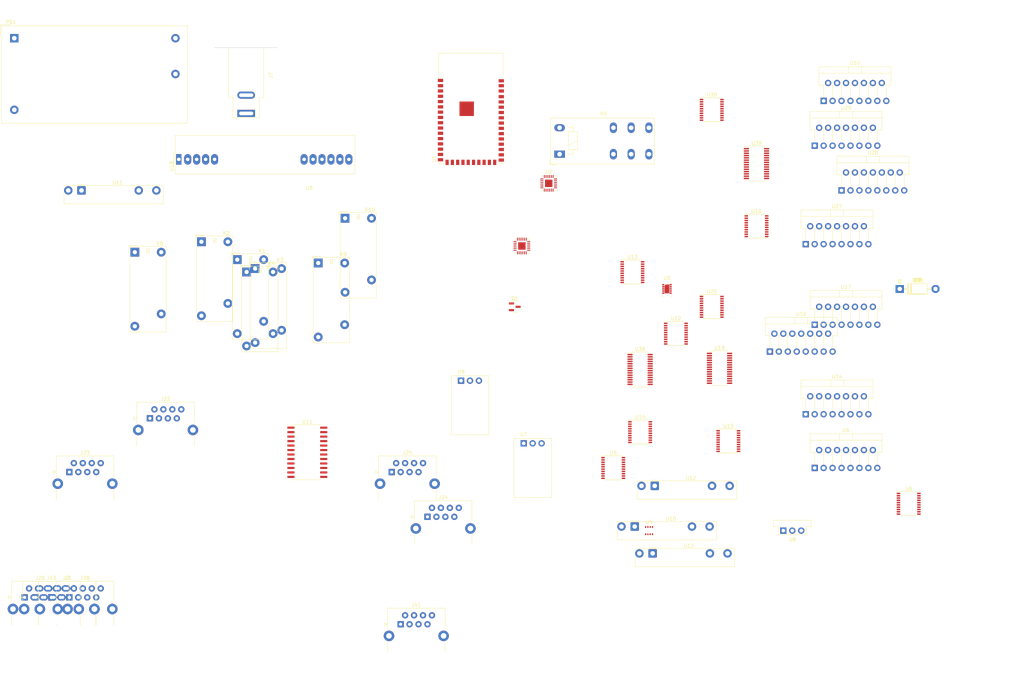
<source format=kicad_pcb>
(kicad_pcb (version 20221018) (generator pcbnew)
  (layers (0 "F.Cu" signal) (31 "B.Cu" signal) (34 "B.Paste" user) (35 "F.Paste" user) (36 "B.SilkS" user "B.Silkscreen") (37 "F.SilkS" user "F.Silkscreen") (38 "B.Mask" user) (39 "F.Mask" user) (44 "Edge.Cuts" user))
  (net 0 "")
  (net 1 "GND")
  (net 5 "+12V")
  (net 6 "Net-(D1-A)")
  (net 13 "Net-(D2-A)")
  (net 14 "Net-(D3-A)")
  (net 18 "Net-(U1-IO15)")
  (net 19 "Net-(U1-IO16)")
  (net 20 "Net-(U1-IO17)")
  (net 21 "Net-(U1-IO18)")
  (net 33 "Net-(D4-A)")
  (net 34 "Net-(D10-K)")
  (net 63 "Net-(D11-A)")
  (net 64 "Net-(D13-A)")
  (net 65 "Net-(D15-A)")
  (net 66 "Net-(D17-A)")
  (net 67 "Net-(D19-A)")
  (net 68 "Net-(D21-A)")
  (net 77 "Net-(D23-A)")
  (net 78 "Net-(D25-A)")
  (net 81 "Net-(U3-A0)")
  (net 109 "Net-(U6-P2)")
  (net 113 "Net-(U6-P4)")
  (net 121 "Net-(F2-Pad2)")
  (net 124 "Net-(F3-Pad2)")
  (net 127 "Net-(F4-Pad2)")
  (net 129 "Net-(U14-P4)")
  (net 131 "Net-(F5-Pad2)")
  (net 133 "Net-(U14-P2)")
  (net 150 "Net-(D27-A)")
  (net 151 "Net-(D29-A)")
  (net 152 "Net-(D31-A)")
  (net 153 "Net-(D33-A)")
  (net 154 "Net-(D35-A)")
  (net 155 "Net-(D37-A)")
  (net 156 "Net-(D39-A)")
  (net 166 "Net-(F1-Pad1)")
  (net 167 "Net-(BT2--)")
  (net 178 "Net-(U11-SC0)")
  (net 179 "Net-(U11-SD0)")
  (net 182 "Net-(U11-SC1)")
  (net 183 "Net-(U11-SD1)")
  (net 187 "Net-(U11-SC2)")
  (net 188 "Net-(U11-SD2)")
  (net 191 "Net-(U11-SC3)")
  (net 192 "Net-(U11-SD3)")
  (net 196 "Net-(U11-SC4)")
  (net 197 "Net-(U11-SD4)")
  (net 200 "Net-(U11-SC5)")
  (net 201 "Net-(U11-SD5)")
  (net 205 "Net-(U11-SC6)")
  (net 206 "Net-(U11-SD6)")
  (net 209 "Net-(U11-SC7)")
  (net 210 "Net-(U11-SD7)")
  (net 213 "+3.3V")
  (net 214 "Net-(J26-Pad2)")
  (net 223 "TCA_2_SD7")
  (net 225 "Net-(J41-Pad2)")
  (net 237 "Net-(F40-Pad1)")
  (net 238 "Net-(P1-AC_N)")
  (net 239 "Net-(P1-AC_P)")
  (net 240 "Net-(PS1-+Vout)")
  (net 241 "Net-(Q1-G)")
  (net 242 "Net-(Q1-S)")
  (net 243 "Net-(Q1-D)")
  (net 244 "Net-(U1-GND-Pad1)")
  (net 251 "Net-(U1-IO40)")
  (net 252 "Net-(U1-IO41)")
  (net 254 "Net-(U15-SDA)")
  (net 255 "Net-(U15-SCL)")
  (net 256 "Net-(U19-SDA)")
  (net 257 "Net-(U19-SCL)")
  (net 258 "Net-(U20-SDA)")
  (net 259 "Net-(U20-SCL)")
  (net 261 "TCA_2_SC7")
  (net 267 "IN1")
  (net 268 "IN2")
  (net 269 "IN3")
  (net 271 "IN4")
  (net 272 "IN5")
  (net 273 "IN6")
  (net 275 "IN7")
  (net 276 "PCF_0_GPIO_4")
  (net 277 "PCA_0_LED_2")
  (net 278 "PCF_0_GPIO_5")
  (net 279 "VCC")
  (net 280 "PCF_0_GPIO_6")
  (net 281 "PCA_0_LED_3")
  (net 282 "PCF_0_GPIO_7")
  (net 284 "Net-(BT1-+)")
  (net 297 "Net-(U10-P0)")
  (net 298 "Net-(U10-P1)")
  (net 299 "Net-(U10-P2)")
  (net 301 "Net-(U10-P3)")
  (net 303 "Net-(U10-P4)")
  (net 304 "Net-(U10-P5)")
  (net 306 "Net-(U10-P6)")
  (net 307 "Net-(U10-P7)")
  (net 317 "/Barrel_Jack/PCA0_SDA_0")
  (net 319 "/Barrel_Jack/PCA0_SCL_0")
  (net 329 "/Barrel_Jack/LV4")
  (net 354 "PCF_0_GPIO_0")
  (net 355 "PCA_0_LED_0")
  (net 356 "PCF_0_GPIO_1")
  (net 357 "PCF_0_GPIO_2")
  (net 358 "PCA_0_LED_1")
  (net 359 "PCF_0_GPIO_3")
  (net 368 "PCF_20_GPIO_4")
  (net 369 "PCA_0_LED_6")
  (net 370 "PCF_20_GPIO_5")
  (net 371 "PCF_20_GPIO_6")
  (net 372 "PCA_0_LED_7")
  (net 373 "PCF_20_GPIO_7")
  (net 375 "PCF_20_GPIO_0")
  (net 376 "PCA_0_LED_4")
  (net 377 "PCF_20_GPIO_1")
  (net 378 "PCF_20_GPIO_2")
  (net 379 "PCA_0_LED_5")
  (net 380 "PCF_20_GPIO_3")
  (net 382 "Net-(F5-Pad1)")
  (net 383 "Net-(U18-COM-Pad5)")
  (net 391 "PCA_0_LED_8")
  (net 392 "PCA_0_LED_9")
  (net 393 "PCA_0_LED_10")
  (net 394 "PCA_0_LED_11")
  (net 395 "PCA_0_LED_12")
  (net 396 "PCA_0_LED_13")
  (net 397 "PCA_0_LED_14")
  (net 398 "PCA_0_LED_15")
  (net 408 "Net-(U27-EnA)")
  (net 410 "Net-(U27-EnB)")
  (net 413 "Net-(U28-OUT1)")
  (net 414 "Net-(U28-OUT2)")
  (net 416 "Net-(U28-EnA)")
  (net 419 "Net-(U28-EnB)")
  (net 420 "Net-(U28-OUT3)")
  (net 421 "Net-(U28-OUT4)")
  (net 424 "Net-(U29-OUT1)")
  (net 425 "Net-(U29-OUT2)")
  (net 427 "Net-(U29-IN1)")
  (net 428 "Net-(U29-EnA)")
  (net 429 "Net-(U29-IN2)")
  (net 432 "Net-(U29-IN3)")
  (net 433 "Net-(U29-EnB)")
  (net 434 "Net-(U29-IN4)")
  (net 435 "Net-(U29-OUT3)")
  (net 436 "Net-(U29-OUT4)")
  (net 452 "Net-(U36-LED8)")
  (net 453 "Net-(U36-LED9)")
  (net 454 "Net-(U36-LED11)")
  (net 455 "Net-(U36-LED12)")
  (net 456 "Net-(U36-LED13)")
  (net 457 "Net-(U36-LED14)")
  (net 458 "Net-(U36-LED15)")
  (net 466 "Net-(U37-OUT1)")
  (net 467 "Net-(U37-OUT2)")
  (net 469 "Net-(U37-IN1)")
  (net 470 "Net-(U37-EnA)")
  (net 471 "Net-(U37-IN2)")
  (net 474 "Net-(U37-IN3)")
  (net 475 "Net-(U37-EnB)")
  (net 476 "Net-(U37-IN4)")
  (net 477 "Net-(U37-OUT3)")
  (net 478 "Net-(U37-OUT4)")
  (footprint "Relay_THT:Relay_1P1T_NO_10x24x18.8mm_Panasonic_ADW11xxxxW_THT" (layer "F.Cu") (at 54.7625 78.4925)
    (fp_text reference "K8")
    (fp_text value "RT314A24")
  )
  (footprint "OptoDevice:Finder_34.81" (layer "F.Cu") (at 196.59 156.3225)
    (fp_text reference "U10")
    (fp_text value "34.81-9024")
  )
  (footprint "Converter_DCDC:Converter_DCDC_MeanWell_NID30_THT" (layer "F.Cu") (at 67.23 52.15 90)
    (fp_text reference "U18")
    (fp_text value "NID30S48-24")
  )
  (footprint "Diode_THT:D_DO-41_SOD81_P10.16mm_Horizontal" (layer "F.Cu") (at 271.78 88.9)
    (fp_text reference "D16")
    (fp_text value "1N4001")
  )
  (footprint "Connector_BarrelJack:BarrelJack_SwitchcraftConxall_RAPC10U_Horizontal" (layer "F.Cu") (at 86.36 39.11 -90)
    (fp_text reference "J7")
    (fp_text value "Barrel_Jack_MountingPin")
    (fp_line (start -18.67 -9) (end -18.67 9) (stroke (width 0.12)) (layer "Edge.Cuts"))
  )
  (footprint "Package_TO_SOT_THT:TO-220-15_P2.54x2.54mm_StaggerOdd_Lead4.58mm_Vertical" (layer "F.Cu") (at 245.11 76.2)
    (fp_text reference "U27")
    (fp_text value "L298N")
  )
  (footprint "Package_TO_SOT_THT:TO-220-15_P2.54x2.54mm_StaggerOdd_Lead4.58mm_Vertical" (layer "F.Cu") (at 245.11 124.46)
    (fp_text reference "U14")
    (fp_text value "L298N")
  )
  (footprint "Diode_THT:D_DO-41_SOD81_P10.16mm_Horizontal" (layer "F.Cu") (at 271.78 88.9)
    (fp_text reference "D38")
    (fp_text value "1N4001")
  )
  (footprint "Diode_THT:D_DO-41_SOD81_P10.16mm_Horizontal" (layer "F.Cu") (at 271.78 88.9)
    (fp_text reference "D33")
    (fp_text value "1N4001")
  )
  (footprint "OptoDevice:Finder_34.81" (layer "F.Cu") (at 201.67 163.9425)
    (fp_text reference "U13")
    (fp_text value "34.81-8240")
  )
  (footprint "OptoDevice:Finder_34.81" (layer "F.Cu") (at 39.63 60.96)
    (fp_text reference "U11")
    (fp_text value "34.81-8240")
  )
  (footprint "Package_SO:SSOP-20_4.4x6.5mm_P0.65mm" (layer "F.Cu") (at 274.32 149.86)
    (fp_text reference "U6")
    (fp_text value "PCF8574ATS")
  )
  (footprint "Package_TO_SOT_THT:TO-220-15_P2.54x2.54mm_StaggerOdd_Lead4.58mm_Vertical" (layer "F.Cu") (at 247.65 48.26)
    (fp_text reference "U29")
    (fp_text value "L298N")
  )
  (footprint "Package_SO:SSOP-20_4.4x6.5mm_P0.65mm" (layer "F.Cu") (at 190.5 139.7)
    (fp_text reference "U5")
    (fp_text value "PCF8574ATS")
  )
  (footprint "Diode_THT:D_DO-41_SOD81_P10.16mm_Horizontal" (layer "F.Cu") (at 271.78 88.9)
    (fp_text reference "D6")
    (fp_text value "1N4001")
  )
  (footprint "Package_SO:TSSOP-28_4.4x9.7mm_P0.65mm" (layer "F.Cu") (at 231.14 53.34)
    (fp_text reference "U39")
    (fp_text value "PCA9685PW")
  )
  (footprint "Connector_RJ:RJ45_HALO_HFJ11-x2450HRL_Horizontal" (layer "F.Cu") (at 137.795 153.565)
    (fp_text reference "J24")
    (fp_text value "8P8C_Shielded")
  )
  (footprint "Package_LGA:Bosch_LGA-8_2.5x2.5mm_P0.65mm_ClockwisePinNumbering" (layer "F.Cu") (at 200.66 157.48)
    (fp_text reference "U4")
    (fp_text value "BME280")
  )
  (footprint "Connector_RJ:RJ45_HALO_HFJ11-x2450HRL_Horizontal" (layer "F.Cu") (at 59.055 125.625)
    (fp_text reference "J22")
    (fp_text value "8P8C_Shielded")
  )
  (footprint "Relay_THT:Relay_1P1T_NO_10x24x18.8mm_Panasonic_ADW11xxxxW_THT" (layer "F.Cu") (at 114.42 68.86)
    (fp_text reference "K10")
    (fp_text value "RT314A24")
  )
  (footprint "Diode_THT:D_DO-41_SOD81_P10.16mm_Horizontal" (layer "F.Cu") (at 271.78 88.9)
    (fp_text reference "D21")
    (fp_text value "1N4001")
  )
  (footprint "Diode_THT:D_DO-41_SOD81_P10.16mm_Horizontal" (layer "F.Cu") (at 271.78 88.9)
    (fp_text reference "D12")
    (fp_text value "1N4001")
  )
  (footprint "Diode_THT:D_DO-41_SOD81_P10.16mm_Horizontal" (layer "F.Cu") (at 271.78 88.9)
    (fp_text reference "D4")
    (fp_text value "1N4001")
  )
  (footprint "Relay_THT:Relay_1P1T_NO_10x24x18.8mm_Panasonic_ADW11xxxxW_THT" (layer "F.Cu") (at 86.48 84.1)
    (fp_text reference "K4")
    (fp_text value "RT314A24")
  )
  (footprint "Package_TO_SOT_THT:TO-220-15_P2.54x2.54mm_StaggerOdd_Lead4.58mm_Vertical" (layer "F.Cu") (at 255.27 60.96)
    (fp_text reference "U28")
    (fp_text value "L298N")
  )
  (footprint "Package_SO:SSOP-20_4.4x6.5mm_P0.65mm" (layer "F.Cu") (at 218.44 93.98)
    (fp_text reference "U20")
    (fp_text value "PCF8574ATS")
  )
  (footprint "OptoDevice:Finder_34.81" (layer "F.Cu") (at 202.27 144.78)
    (fp_text reference "U12")
    (fp_text value "34.81-9024")
  )
  (footprint "Diode_THT:D_DO-41_SOD81_P10.16mm_Horizontal" (layer "F.Cu") (at 271.78 88.9)
    (fp_text reference "D25")
    (fp_text value "1N4001")
  )
  (footprint "Package_SO:TSSOP-28_4.4x9.7mm_P0.65mm" (layer "F.Cu") (at 220.6575 111.435)
    (fp_text reference "U19")
    (fp_text value "PCA9685PW")
  )
  (footprint "Package_SO:SSOP-20_4.4x6.5mm_P0.65mm" (layer "F.Cu") (at 223.16 132.08)
    (fp_text reference "U15")
    (fp_text value "PCF8574ATS")
  )
  (footprint "Converter_DCDC:Converter_DCDC_Murata_OKI-78SR_Vertical" (layer "F.Cu") (at 238.76 157.48)
    (fp_text reference "U8")
    (fp_text value "OKI-78SR-5_1.5-W36-C")
  )
  (footprint "Converter_DCDC:Converter_DCDC_Murata_OKI-78SR_Horizontal" (layer "F.Cu") (at 147.31 114.94)
    (fp_text reference "U9")
    (fp_text value "OKI-78SR-3.3_1.5-W36H-C")
  )
  (footprint "Diode_THT:D_DO-41_SOD81_P10.16mm_Horizontal" (layer "F.Cu") (at 271.78 88.9)
    (fp_text reference "D35")
    (fp_text value "1N4001")
  )
  (footprint "Package_SO:SSOP-20_4.4x6.5mm_P0.65mm" (layer "F.Cu") (at 195.94 84.145)
    (fp_text reference "U13")
    (fp_text value "PCF8574ATS")
  )
  (footprint "Connector_RJ:RJ45_HALO_HFJ11-x2450HRL_Horizontal" (layer "F.Cu") (at 36.195 176.425)
    (fp_text reference "J38")
    (fp_text value "8P8C_Shielded")
  )
  (footprint "Diode_THT:D_DO-41_SOD81_P10.16mm_Horizontal" (layer "F.Cu") (at 271.78 88.9)
    (fp_text reference "D27")
    (fp_text value "1N4001")
  )
  (footprint "Relay_THT:Relay_1P1T_NO_10x24x18.8mm_Panasonic_ADW11xxxxW_THT" (layer "F.Cu") (at 73.66 75.52)
    (fp_text reference "K2")
    (fp_text value "RT314A24")
  )
  (footprint "Diode_THT:D_DO-41_SOD81_P10.16mm_Horizontal" (layer "F.Cu") (at 271.78 88.9)
    (fp_text reference "D37")
    (fp_text value "1N4001")
  )
  (footprint "Package_TO_SOT_THT:TO-220-15_P2.54x2.54mm_StaggerOdd_Lead4.58mm_Vertical" (layer "F.Cu") (at 247.65 99.06)
    (fp_text reference "U17")
    (fp_text value "L298N")
  )
  (footprint "Diode_THT:D_DO-41_SOD81_P10.16mm_Horizontal" (layer "F.Cu") (at 271.78 88.9)
    (fp_text reference "D11")
    (fp_text value "1N4001")
  )
  (footprint "Diode_THT:D_DO-41_SOD81_P10.16mm_Horizontal" (layer "F.Cu") (at 271.78 88.9)
    (fp_text reference "D22")
    (fp_text value "1N4001")
  )
  (footprint "Package_SO:TSSOP-28_4.4x9.7mm_P0.65mm" (layer "F.Cu") (at 198.12 111.76)
    (fp_text reference "U36")
    (fp_text value "PCA9685PW")
  )
  (footprint "Diode_THT:D_DO-41_SOD81_P10.16mm_Horizontal" (layer "F.Cu") (at 271.78 88.9)
    (fp_text reference "D15")
    (fp_text value "1N4001")
  )
  (footprint "Diode_THT:D_DO-41_SOD81_P10.16mm_Horizontal" (layer "F.Cu") (at 271.78 88.9)
    (fp_text reference "D8")
    (fp_text value "1N4001")
  )
  (footprint "RF_Module:ESP32-S2-WROVER" (layer "F.Cu") (at 150.1125 41.53)
    (fp_text reference "U1")
    (fp_text value "ESP32-S2-WROVER")
  )
  (footprint "Package_SO:SSOP-20_4.4x6.5mm_P0.65mm" (layer "F.Cu") (at 231.14 71.12)
    (fp_text reference "U10")
    (fp_text value "PCF8574ATS")
  )
  (footprint "Relay_THT:Relay_1P1T_NO_10x24x18.8mm_Panasonic_ADW11xxxxW_THT" (layer "F.Cu") (at 88.9 83.14)
    (fp_text reference "K3")
    (fp_text value "RT314A24")
  )
  (footprint "Relay_THT:Relay_1P1T_NO_10x24x18.8mm_Panasonic_ADW11xxxxW_THT" (layer "F.Cu") (at 106.8 81.56)
    (fp_text reference "K9")
    (fp_text value "RT314A24")
  )
  (footprint "Package_SO:SSOP-20_4.4x6.5mm_P0.65mm" (layer "F.Cu") (at 198.12 129.54)
    (fp_text reference "U14")
    (fp_text value "PCF8574ATS")
  )
  (footprint "Package_TO_SOT_SMD:SOT-23" (layer "F.Cu") (at 162.56 93.98)
    (fp_text reference "Q1")
    (fp_text value "BSS138")
  )
  (footprint "Diode_THT:D_DO-41_SOD81_P10.16mm_Horizontal" (layer "F.Cu") (at 271.78 88.9)
    (fp_text reference "D29")
    (fp_text value "1N4001")
  )
  (footprint "Relay_THT:Relay_SPDT_Schrack-RT1-16A-FormC_RM5mm" (layer "F.Cu") (at 175.28 50.68)
    (fp_text reference "K5")
    (fp_text value "RT314A24")
  )
  (footprint "Diode_THT:D_DO-41_SOD81_P10.16mm_Horizontal" (layer "F.Cu") (at 271.78 88.9)
    (fp_text reference "D40")
    (fp_text value "1N4001")
  )
  (footprint "Package_TO_SOT_THT:TO-220-15_P2.54x2.54mm_StaggerOdd_Lead4.58mm_Vertical" (layer "F.Cu") (at 250.19 35.56)
    (fp_text reference "U37")
    (fp_text value "L298N")
  )
  (footprint "Diode_THT:D_DO-41_SOD81_P10.16mm_Horizontal" (layer "F.Cu") (at 271.78 88.9)
    (fp_text reference "D5")
    (fp_text value "1N4001")
  )
  (footprint "Package_DFN_QFN:Texas_RGE0024C_EP2.1x2.1mm" (layer "F.Cu") (at 172.195 58.945)
    (fp_text reference "U2")
    (fp_text value "TCA9548ARGER")
  )
  (footprint "Diode_THT:D_DO-41_SOD81_P10.16mm_Horizontal" (layer "F.Cu") (at 271.78 88.9)
    (fp_text reference "D30")
    (fp_text value "1N4001")
  )
  (footprint "Converter_ACDC:Converter_ACDC_Recom_RAC20-xxSK_THT" (layer "F.Cu") (at 20.5725 17.7725)
    (fp_text reference "PS1")
    (fp_text value "RAC20-24SK")
  )
  (footprint "Diode_THT:D_DO-41_SOD81_P10.16mm_Horizontal" (layer "F.Cu") (at 271.78 88.9)
    (fp_text reference "D17")
    (fp_text value "1N4001")
  )
  (footprint "Converter_DCDC:Converter_DCDC_Murata_OKI-78SR_Horizontal" (layer "F.Cu") (at 165.09 132.72)
    (fp_text reference "U7")
    (fp_text value "OKI-78SR-12_1.0-W36H-C")
  )
  (footprint "Connector_RJ:RJ45_HALO_HFJ11-x2450HRL_Horizontal" (layer "F.Cu") (at 31.115 176.425)
    (fp_text reference "J2")
    (fp_text value "8P8C_Shielded")
  )
  (footprint "Package_TO_SOT_THT:TO-220-15_P2.54x2.54mm_StaggerOdd_Lead4.58mm_Vertical" (layer "F.Cu") (at 234.95 106.68)
    (fp_text reference "U16")
    (fp_text value "L298N")
  )
  (footprint "Diode_THT:D_DO-41_SOD81_P10.16mm_Horizontal" (layer "F.Cu") (at 271.78 88.9)
    (fp_text reference "D20")
    (fp_text value "1N4001")
  )
  (footprint "Package_SO:SSOP-20_4.4x6.5mm_P0.65mm" (layer "F.Cu") (at 218.44 38.1)
    (fp_text reference "U38")
    (fp_text value "PCF8574ATS")
  )
  (footprint "Relay_THT:Relay_1P1T_NO_10x24x18.8mm_Panasonic_ADW11xxxxW_THT" (layer "F.Cu") (at 83.82 80.6)
    (fp_text reference "K1")
    (fp_text value "RT314A24")
  )
  (footprint "Diode_THT:D_DO-41_SOD81_P10.16mm_Horizontal" (layer "F.Cu") (at 271.78 88.9)
    (fp_text reference "D24")
    (fp_text value "1N4001")
  )
  (footprint "Diode_THT:D_DO-41_SOD81_P10.16mm_Horizontal" (layer "F.Cu") (at 271.78 88.9)
    (fp_text reference "D2")
    (fp_text value "1N4001")
  )
  (footprint "Connector_RJ:RJ45_HALO_HFJ11-x2450HRL_Horizontal" (layer "F.Cu") (at 36.195 140.865)
    (fp_text reference "J23")
    (fp_text value "8P8C_Shielded")
  )
  (footprint "Diode_THT:D_DO-41_SOD81_P10.16mm_Horizontal" (layer "F.Cu") (at 271.78 88.9)
    (fp_text reference "D19")
    (fp_text value "1N4001")
  )
  (footprint "Diode_THT:D_DO-41_SOD81_P10.16mm_Horizontal" (layer "F.Cu") (at 271.78 88.9)
    (fp_text reference "D1")
    (fp_text value "1N4001")
  )
  (footprint "Diode_THT:D_DO-41_SOD81_P10.16mm_Horizontal" (layer "F.Cu") (at 271.78 88.9)
    (fp_text reference "D7")
    (fp_text value "1N4001")
  )
  (footprint "Package_LGA:AMS_LGA-10-1EP_2.7x4mm_P0.6mm" (layer "F.Cu") (at 205.74 88.9)
    (fp_text reference "U5")
    (fp_text value "CCS811")
  )
  (footprint "Package_DFN_QFN:Texas_RGE0024C_EP2.1x2.1mm" (layer "F.Cu") (at 164.575 76.725)
    (fp_text reference "U3")
    (fp_text value "TCA9548ARGER")
  )
  (footprint "Package_SO:SSOP-20_4.4x6.5mm_P0.65mm" (layer "F.Cu") (at 208.28 101.6)
    (fp_text reference "U12")
    (fp_text value "PCF8574ATS")
  )
  (footprint "Diode_THT:D_DO-41_SOD81_P10.16mm_Horizontal" (layer "F.Cu") (at 271.78 88.9)
    (fp_text reference "D32")
    (fp_text value "1N4001")
  )
  (footprint "Diode_THT:D_DO-41_SOD81_P10.16mm_Horizontal" (layer "F.Cu") (at 271.78 88.9)
    (fp_text reference "D3")
    (fp_text value "1N4001")
  )
  (footprint "Connector_RJ:RJ45_HALO_HFJ11-x2450HRL_Horizontal" (layer "F.Cu") (at 26.67 176.425)
    (fp_text reference "J43")
    (fp_text value "8P8C_Shielded")
  )
  (footprint "Diode_THT:D_DO-41_SOD81_P10.16mm_Horizontal" (layer "F.Cu") (at 271.78 88.9)
    (fp_text reference "D39")
    (fp_text value "1N4001")
  )
  (footprint "Connector_RJ:RJ45_HALO_HFJ11-x2450HRL_Horizontal" (layer "F.Cu") (at 31.115 176.425)
    (fp_text reference "J21")
    (fp_text value "8P8C_Shielded")
  )
  (footprint "Connector_RJ:RJ45_HALO_HFJ11-x2450HRL_Horizontal" (layer "F.Cu") (at 23.495 176.425)
    (fp_text reference "J26")
    (fp_text value "8P8C_Shielded")
  )
  (footprint "Package_TO_SOT_THT:TO-220-15_P2.54x2.54mm_StaggerOdd_Lead4.58mm_Vertical" (layer "F.Cu") (at 247.65 139.7)
    (fp_text reference "U6")
    (fp_text value "L298N")
  )
  (footprint "Diode_THT:D_DO-41_SOD81_P10.16mm_Horizontal" (layer "F.Cu") (at 271.78 88.9)
    (fp_text reference "D9")
    (fp_text value "1N4001")
  )
  (footprint "Diode_THT:D_DO-41_SOD81_P10.16mm_Horizontal" (layer "F.Cu") (at 271.78 88.9)
    (fp_text reference "D13")
    (fp_text value "1N4001")
  )
  (footprint "Package_SO:SOIC-24W_7.5x15.4mm_P1.27mm" (layer "F.Cu") (at 103.71 135.255)
    (fp_text reference "U11")
    (fp_text value "PCA9548ADW")
  )
  (footprint "Connector_RJ:RJ45_HALO_HFJ11-x2450HRL_Horizontal" (layer "F.Cu") (at 130.175 184.045)
    (fp_text reference "J41")
    (fp_text value "8P8C_Shielded")
  )
  (footprint "Diode_THT:D_DO-41_SOD81_P10.16mm_Horizontal" (layer "F.Cu") (at 271.78 88.9)
    (fp_text reference "D10")
    (fp_text value "1N4001")
  )
  (footprint "Diode_THT:D_DO-41_SOD81_P10.16mm_Horizontal" (layer "F.Cu") (at 271.78 88.9)
    (fp_text reference "D31")
    (fp_text value "1N4001")
  )
  (footprint "Diode_THT:D_DO-41_SOD81_P10.16mm_Horizontal" (layer "F.Cu") (at 271.78 88.9)
    (fp_text reference "D36")
    (fp_text value "1N4001")
  )
  (footprint "Diode_THT:D_DO-41_SOD81_P10.16mm_Horizontal" (layer "F.Cu") (at 271.78 88.9)
    (fp_text reference "D14")
    (fp_text value "1N4001")
  )
  (footprint "Diode_THT:D_DO-41_SOD81_P10.16mm_Horizontal" (layer "F.Cu") (at 271.78 88.9)
    (fp_text reference "D34")
    (fp_text value "1N4001")
  )
  (footprint "Diode_THT:D_DO-41_SOD81_P10.16mm_Horizontal" (layer "F.Cu") (at 271.78 88.9)
    (fp_text reference "D28")
    (fp_text value "1N4001")
  )
  (footprint "Diode_THT:D_DO-41_SOD81_P10.16mm_Horizontal" (layer "F.Cu") (at 271.78 88.9)
    (fp_text reference "D18")
    (fp_text value "1N4001")
  )
  (footprint "Diode_THT:D_DO-41_SOD81_P10.16mm_Horizontal" (layer "F.Cu") (at 271.78 88.9)
    (fp_text reference "D23")
    (fp_text value "1N4001")
  )
  (footprint "Connector_RJ:RJ45_HALO_HFJ11-x2450HRL_Horizontal" (layer "F.Cu") (at 127.635 140.865)
    (fp_text reference "J25")
    (fp_text value "8P8C_Shielded")
  )
  (footprint "Diode_THT:D_DO-41_SOD81_P10.16mm_Horizontal" (layer "F.Cu") (at 271.78 88.9)
    (fp_text reference "D26")
    (fp_text value "1N4001")
  )
)
</source>
